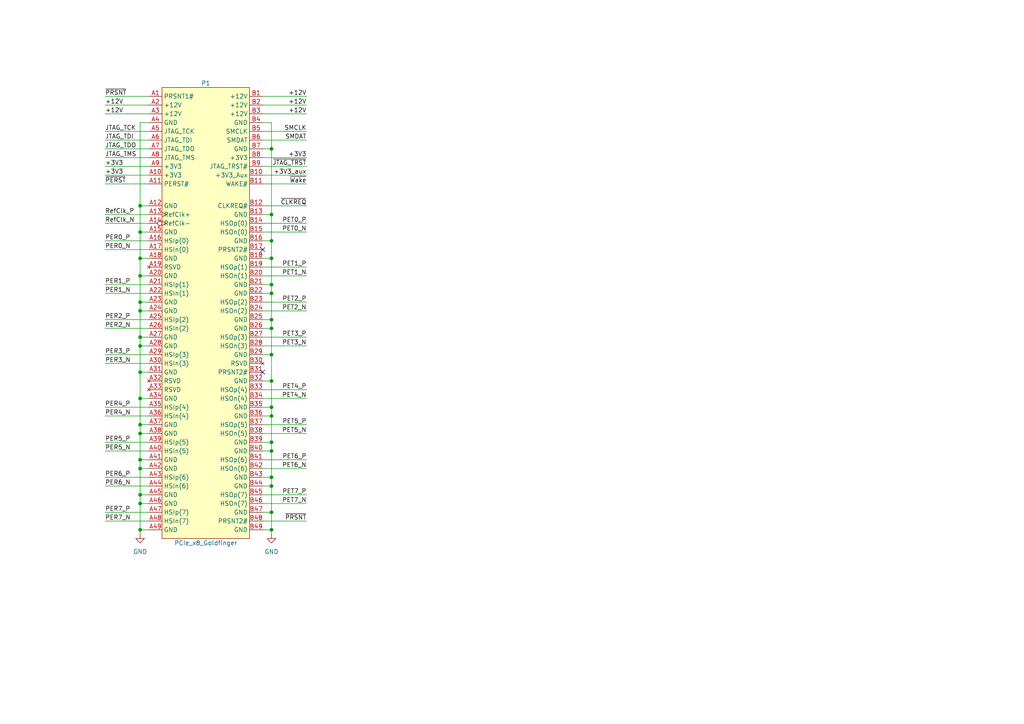
<source format=kicad_sch>
(kicad_sch (version 20211123) (generator eeschema)
  (paper "A4")
  (lib_symbols
    (symbol "Connector_PCIe:PCIe_x8_Goldfinger" (in_bom no)
      (property "Reference" "P" (at 6.35 31.75 0))
      (property "Value" "PCIe_x8_Goldfinger" (at -7.62 31.75 0))
      (symbol "PCIe_x8_Goldfinger_0_1"
        (rectangle (start -12.7 30.48) (end 12.7 -100.33) (fill (type background)))
      )
      (symbol "PCIe_x8_Goldfinger_1_1"
        (pin passive line (at -16.51 27.94 0) (length 3.81) (name "PRSNT1#") (number "A1"))
        (pin passive line (at -16.51 5.08 0) (length 3.81) (name "+3V3") (number "A10"))
        (pin passive line (at -16.51 2.54 0) (length 3.81) (name "PERST#") (number "A11"))
        (pin passive line (at -16.51 -3.81 0) (length 3.81) (name "GND") (number "A12"))
        (pin passive clock (at -16.51 -6.35 0) (length 3.81) (name "RefClk+") (number "A13"))
        (pin passive inverted_clock (at -16.51 -8.89 0) (length 3.81) (name "RefClk-") (number "A14"))
        (pin passive line (at -16.51 -11.43 0) (length 3.81) (name "GND") (number "A15"))
        (pin passive line (at -16.51 -13.97 0) (length 3.81) (name "HSIp(0)") (number "A16"))
        (pin passive line (at -16.51 -16.51 0) (length 3.81) (name "HSIn(0)") (number "A17"))
        (pin passive line (at -16.51 -19.05 0) (length 3.81) (name "GND") (number "A18"))
        (pin no_connect line (at -16.51 -21.59 0) (length 3.81) (name "RSVD") (number "A19"))
        (pin passive line (at -16.51 25.4 0) (length 3.81) (name "+12V") (number "A2"))
        (pin passive line (at -16.51 -24.13 0) (length 3.81) (name "GND") (number "A20"))
        (pin passive line (at -16.51 -26.67 0) (length 3.81) (name "HSIp(1)") (number "A21"))
        (pin passive line (at -16.51 -29.21 0) (length 3.81) (name "HSIn(1)") (number "A22"))
        (pin passive line (at -16.51 -31.75 0) (length 3.81) (name "GND") (number "A23"))
        (pin passive line (at -16.51 -34.29 0) (length 3.81) (name "GND") (number "A24"))
        (pin passive line (at -16.51 -36.83 0) (length 3.81) (name "HSIp(2)") (number "A25"))
        (pin passive line (at -16.51 -39.37 0) (length 3.81) (name "HSIn(2)") (number "A26"))
        (pin passive line (at -16.51 -41.91 0) (length 3.81) (name "GND") (number "A27"))
        (pin passive line (at -16.51 -44.45 0) (length 3.81) (name "GND") (number "A28"))
        (pin passive line (at -16.51 -46.99 0) (length 3.81) (name "HSIp(3)") (number "A29"))
        (pin passive line (at -16.51 22.86 0) (length 3.81) (name "+12V") (number "A3"))
        (pin passive line (at -16.51 -49.53 0) (length 3.81) (name "HSIn(3)") (number "A30"))
        (pin passive line (at -16.51 -52.07 0) (length 3.81) (name "GND") (number "A31"))
        (pin no_connect line (at -16.51 -54.61 0) (length 3.81) (name "RSVD") (number "A32"))
        (pin no_connect line (at -16.51 -57.15 0) (length 3.81) (name "RSVD") (number "A33"))
        (pin passive line (at -16.51 -59.69 0) (length 3.81) (name "GND") (number "A34"))
        (pin passive line (at -16.51 -62.23 0) (length 3.81) (name "HSIp(4)") (number "A35"))
        (pin passive line (at -16.51 -64.77 0) (length 3.81) (name "HSIn(4)") (number "A36"))
        (pin passive line (at -16.51 -67.31 0) (length 3.81) (name "GND") (number "A37"))
        (pin passive line (at -16.51 -69.85 0) (length 3.81) (name "GND") (number "A38"))
        (pin passive line (at -16.51 -72.39 0) (length 3.81) (name "HSIp(5)") (number "A39"))
        (pin passive line (at -16.51 20.32 0) (length 3.81) (name "GND") (number "A4"))
        (pin passive line (at -16.51 -74.93 0) (length 3.81) (name "HSIn(5)") (number "A40"))
        (pin passive line (at -16.51 -77.47 0) (length 3.81) (name "GND") (number "A41"))
        (pin passive line (at -16.51 -80.01 0) (length 3.81) (name "GND") (number "A42"))
        (pin passive line (at -16.51 -82.55 0) (length 3.81) (name "HSIp(6)") (number "A43"))
        (pin passive line (at -16.51 -85.09 0) (length 3.81) (name "HSIn(6)") (number "A44"))
        (pin passive line (at -16.51 -87.63 0) (length 3.81) (name "GND") (number "A45"))
        (pin passive line (at -16.51 -90.17 0) (length 3.81) (name "GND") (number "A46"))
        (pin passive line (at -16.51 -92.71 0) (length 3.81) (name "HSIp(7)") (number "A47"))
        (pin passive line (at -16.51 -95.25 0) (length 3.81) (name "HSIn(7)") (number "A48"))
        (pin passive line (at -16.51 -97.79 0) (length 3.81) (name "GND") (number "A49"))
        (pin passive line (at -16.51 17.78 0) (length 3.81) (name "JTAG_TCK") (number "A5"))
        (pin passive line (at -16.51 15.24 0) (length 3.81) (name "JTAG_TDI") (number "A6"))
        (pin passive line (at -16.51 12.7 0) (length 3.81) (name "JTAG_TDO") (number "A7"))
        (pin passive line (at -16.51 10.16 0) (length 3.81) (name "JTAG_TMS") (number "A8"))
        (pin passive line (at -16.51 7.62 0) (length 3.81) (name "+3V3") (number "A9"))
        (pin passive line (at 16.51 27.94 180) (length 3.81) (name "+12V") (number "B1"))
        (pin passive line (at 16.51 5.08 180) (length 3.81) (name "+3V3_Aux") (number "B10"))
        (pin passive line (at 16.51 2.54 180) (length 3.81) (name "WAKE#") (number "B11"))
        (pin passive line (at 16.51 -3.81 180) (length 3.81) (name "CLKREQ#") (number "B12"))
        (pin passive line (at 16.51 -6.35 180) (length 3.81) (name "GND") (number "B13"))
        (pin passive line (at 16.51 -8.89 180) (length 3.81) (name "HSOp(0)") (number "B14"))
        (pin passive line (at 16.51 -11.43 180) (length 3.81) (name "HSOn(0)") (number "B15"))
        (pin passive line (at 16.51 -13.97 180) (length 3.81) (name "GND") (number "B16"))
        (pin passive line (at 16.51 -16.51 180) (length 3.81) (name "PRSNT2#") (number "B17"))
        (pin passive line (at 16.51 -19.05 180) (length 3.81) (name "GND") (number "B18"))
        (pin passive line (at 16.51 -21.59 180) (length 3.81) (name "HSOp(1)") (number "B19"))
        (pin passive line (at 16.51 25.4 180) (length 3.81) (name "+12V") (number "B2"))
        (pin passive line (at 16.51 -24.13 180) (length 3.81) (name "HSOn(1)") (number "B20"))
        (pin passive line (at 16.51 -26.67 180) (length 3.81) (name "GND") (number "B21"))
        (pin passive line (at 16.51 -29.21 180) (length 3.81) (name "GND") (number "B22"))
        (pin passive line (at 16.51 -31.75 180) (length 3.81) (name "HSOp(2)") (number "B23"))
        (pin passive line (at 16.51 -34.29 180) (length 3.81) (name "HSOn(2)") (number "B24"))
        (pin passive line (at 16.51 -36.83 180) (length 3.81) (name "GND") (number "B25"))
        (pin passive line (at 16.51 -39.37 180) (length 3.81) (name "GND") (number "B26"))
        (pin passive line (at 16.51 -41.91 180) (length 3.81) (name "HSOp(3)") (number "B27"))
        (pin passive line (at 16.51 -44.45 180) (length 3.81) (name "HSOn(3)") (number "B28"))
        (pin passive line (at 16.51 -46.99 180) (length 3.81) (name "GND") (number "B29"))
        (pin passive line (at 16.51 22.86 180) (length 3.81) (name "+12V") (number "B3"))
        (pin no_connect line (at 16.51 -49.53 180) (length 3.81) (name "RSVD") (number "B30"))
        (pin passive line (at 16.51 -52.07 180) (length 3.81) (name "PRSNT2#") (number "B31"))
        (pin passive line (at 16.51 -54.61 180) (length 3.81) (name "GND") (number "B32"))
        (pin passive line (at 16.51 -57.15 180) (length 3.81) (name "HSOp(4)") (number "B33"))
        (pin passive line (at 16.51 -59.69 180) (length 3.81) (name "HSOn(4)") (number "B34"))
        (pin passive line (at 16.51 -62.23 180) (length 3.81) (name "GND") (number "B35"))
        (pin passive line (at 16.51 -64.77 180) (length 3.81) (name "GND") (number "B36"))
        (pin passive line (at 16.51 -67.31 180) (length 3.81) (name "HSOp(5)") (number "B37"))
        (pin passive line (at 16.51 -69.85 180) (length 3.81) (name "HSOn(5)") (number "B38"))
        (pin passive line (at 16.51 -72.39 180) (length 3.81) (name "GND") (number "B39"))
        (pin passive line (at 16.51 20.32 180) (length 3.81) (name "GND") (number "B4"))
        (pin passive line (at 16.51 -74.93 180) (length 3.81) (name "GND") (number "B40"))
        (pin passive line (at 16.51 -77.47 180) (length 3.81) (name "HSOp(6)") (number "B41"))
        (pin passive line (at 16.51 -80.01 180) (length 3.81) (name "HSOn(6)") (number "B42"))
        (pin passive line (at 16.51 -82.55 180) (length 3.81) (name "GND") (number "B43"))
        (pin passive line (at 16.51 -85.09 180) (length 3.81) (name "GND") (number "B44"))
        (pin passive line (at 16.51 -87.63 180) (length 3.81) (name "HSOp(7)") (number "B45"))
        (pin passive line (at 16.51 -90.17 180) (length 3.81) (name "HSOn(7)") (number "B46"))
        (pin passive line (at 16.51 -92.71 180) (length 3.81) (name "GND") (number "B47"))
        (pin passive line (at 16.51 -95.25 180) (length 3.81) (name "PRSNT2#") (number "B48"))
        (pin passive line (at 16.51 -97.79 180) (length 3.81) (name "GND") (number "B49"))
        (pin passive line (at 16.51 17.78 180) (length 3.81) (name "SMCLK") (number "B5"))
        (pin passive line (at 16.51 15.24 180) (length 3.81) (name "SMDAT") (number "B6"))
        (pin passive line (at 16.51 12.7 180) (length 3.81) (name "GND") (number "B7"))
        (pin passive line (at 16.51 10.16 180) (length 3.81) (name "+3V3") (number "B8"))
        (pin passive line (at 16.51 7.62 180) (length 3.81) (name "JTAG_TRST#") (number "B9"))
      )
    )
    (symbol "power:GND" (power) (pin_names (offset 0))
      (property "Value" "GND" (at 0 -3.81 0))
      (symbol "GND_0_1"
        (polyline (pts (xy 0 0) (xy 0 -1.27) (xy 1.27 -1.27) (xy 0 -2.54) (xy -1.27 -1.27) (xy 0 -1.27)))
      )
      (symbol "GND_1_1"
        (pin power_in line (at 0 0 270) (length 0) hide (name "GND") (number "1"))
      )
    )
  )
  (junction (at 40.64 100.33))
  (junction (at 40.64 80.01))
  (junction (at 40.64 67.31))
  (junction (at 78.74 102.87))
  (junction (at 40.64 146.05))
  (junction (at 40.64 115.57))
  (junction (at 78.74 120.65))
  (junction (at 78.74 62.23))
  (junction (at 78.74 95.25))
  (junction (at 40.64 59.69))
  (junction (at 40.64 123.19))
  (junction (at 78.74 110.49))
  (junction (at 40.64 133.35))
  (junction (at 78.74 85.09))
  (junction (at 40.64 107.95))
  (junction (at 78.74 153.67))
  (junction (at 40.64 125.73))
  (junction (at 78.74 92.71))
  (junction (at 78.74 118.11))
  (junction (at 78.74 82.55))
  (junction (at 78.74 74.93))
  (junction (at 40.64 135.89))
  (junction (at 78.74 69.85))
  (junction (at 40.64 90.17))
  (junction (at 40.64 97.79))
  (junction (at 78.74 148.59))
  (junction (at 40.64 143.51))
  (junction (at 78.74 130.81))
  (junction (at 40.64 87.63))
  (junction (at 40.64 74.93))
  (junction (at 40.64 153.67))
  (junction (at 78.74 43.18))
  (junction (at 78.74 140.97))
  (junction (at 78.74 128.27))
  (junction (at 78.74 138.43))
  (no_connect (at 76.2 107.95))
  (no_connect (at 76.2 72.39))
  (wire (pts (xy 76.2 74.93) (xy 78.74 74.93)))
  (wire (pts (xy 78.74 69.85) (xy 78.74 74.93)))
  (wire (pts (xy 30.48 118.11) (xy 43.18 118.11)))
  (wire (pts (xy 30.48 30.48) (xy 43.18 30.48)))
  (wire (pts (xy 76.2 128.27) (xy 78.74 128.27)))
  (wire (pts (xy 76.2 133.35) (xy 88.9 133.35)))
  (wire (pts (xy 30.48 105.41) (xy 43.18 105.41)))
  (wire (pts (xy 40.64 90.17) (xy 43.18 90.17)))
  (wire (pts (xy 76.2 38.1) (xy 88.9 38.1)))
  (wire (pts (xy 40.64 97.79) (xy 43.18 97.79)))
  (wire (pts (xy 30.48 27.94) (xy 43.18 27.94)))
  (wire (pts (xy 30.48 95.25) (xy 43.18 95.25)))
  (wire (pts (xy 30.48 138.43) (xy 43.18 138.43)))
  (wire (pts (xy 78.74 120.65) (xy 78.74 128.27)))
  (wire (pts (xy 76.2 90.17) (xy 88.9 90.17)))
  (wire (pts (xy 78.74 148.59) (xy 78.74 153.67)))
  (wire (pts (xy 40.64 80.01) (xy 40.64 87.63)))
  (wire (pts (xy 40.64 59.69) (xy 43.18 59.69)))
  (wire (pts (xy 78.74 110.49) (xy 78.74 118.11)))
  (wire (pts (xy 30.48 38.1) (xy 43.18 38.1)))
  (wire (pts (xy 40.64 100.33) (xy 40.64 107.95)))
  (wire (pts (xy 78.74 95.25) (xy 78.74 102.87)))
  (wire (pts (xy 30.48 151.13) (xy 43.18 151.13)))
  (wire (pts (xy 76.2 67.31) (xy 88.9 67.31)))
  (wire (pts (xy 30.48 128.27) (xy 43.18 128.27)))
  (wire (pts (xy 76.2 45.72) (xy 88.9 45.72)))
  (wire (pts (xy 40.64 67.31) (xy 40.64 74.93)))
  (wire (pts (xy 30.48 62.23) (xy 43.18 62.23)))
  (wire (pts (xy 40.64 123.19) (xy 40.64 125.73)))
  (wire (pts (xy 76.2 125.73) (xy 88.9 125.73)))
  (wire (pts (xy 76.2 30.48) (xy 88.9 30.48)))
  (wire (pts (xy 78.74 92.71) (xy 78.74 95.25)))
  (wire (pts (xy 76.2 85.09) (xy 78.74 85.09)))
  (wire (pts (xy 30.48 82.55) (xy 43.18 82.55)))
  (wire (pts (xy 76.2 77.47) (xy 88.9 77.47)))
  (wire (pts (xy 40.64 135.89) (xy 43.18 135.89)))
  (wire (pts (xy 76.2 53.34) (xy 88.9 53.34)))
  (wire (pts (xy 76.2 115.57) (xy 88.9 115.57)))
  (wire (pts (xy 40.64 74.93) (xy 43.18 74.93)))
  (wire (pts (xy 30.48 69.85) (xy 43.18 69.85)))
  (wire (pts (xy 40.64 153.67) (xy 43.18 153.67)))
  (wire (pts (xy 40.64 74.93) (xy 40.64 80.01)))
  (wire (pts (xy 30.48 120.65) (xy 43.18 120.65)))
  (wire (pts (xy 30.48 130.81) (xy 43.18 130.81)))
  (wire (pts (xy 30.48 64.77) (xy 43.18 64.77)))
  (wire (pts (xy 76.2 50.8) (xy 88.9 50.8)))
  (wire (pts (xy 76.2 97.79) (xy 88.9 97.79)))
  (wire (pts (xy 76.2 146.05) (xy 88.9 146.05)))
  (wire (pts (xy 40.64 143.51) (xy 43.18 143.51)))
  (wire (pts (xy 76.2 92.71) (xy 78.74 92.71)))
  (wire (pts (xy 40.64 146.05) (xy 43.18 146.05)))
  (wire (pts (xy 76.2 59.69) (xy 88.9 59.69)))
  (wire (pts (xy 40.64 100.33) (xy 43.18 100.33)))
  (wire (pts (xy 76.2 35.56) (xy 78.74 35.56)))
  (wire (pts (xy 78.74 128.27) (xy 78.74 130.81)))
  (wire (pts (xy 76.2 120.65) (xy 78.74 120.65)))
  (wire (pts (xy 30.48 33.02) (xy 43.18 33.02)))
  (wire (pts (xy 76.2 62.23) (xy 78.74 62.23)))
  (wire (pts (xy 76.2 64.77) (xy 88.9 64.77)))
  (wire (pts (xy 76.2 82.55) (xy 78.74 82.55)))
  (wire (pts (xy 76.2 69.85) (xy 78.74 69.85)))
  (wire (pts (xy 78.74 85.09) (xy 78.74 92.71)))
  (wire (pts (xy 30.48 140.97) (xy 43.18 140.97)))
  (wire (pts (xy 40.64 146.05) (xy 40.64 153.67)))
  (wire (pts (xy 40.64 80.01) (xy 43.18 80.01)))
  (wire (pts (xy 40.64 97.79) (xy 40.64 100.33)))
  (wire (pts (xy 40.64 125.73) (xy 43.18 125.73)))
  (wire (pts (xy 40.64 87.63) (xy 43.18 87.63)))
  (wire (pts (xy 76.2 113.03) (xy 88.9 113.03)))
  (wire (pts (xy 76.2 33.02) (xy 88.9 33.02)))
  (wire (pts (xy 40.64 133.35) (xy 40.64 135.89)))
  (wire (pts (xy 40.64 87.63) (xy 40.64 90.17)))
  (wire (pts (xy 40.64 133.35) (xy 43.18 133.35)))
  (wire (pts (xy 78.74 74.93) (xy 78.74 82.55)))
  (wire (pts (xy 76.2 130.81) (xy 78.74 130.81)))
  (wire (pts (xy 78.74 35.56) (xy 78.74 43.18)))
  (wire (pts (xy 30.48 43.18) (xy 43.18 43.18)))
  (wire (pts (xy 76.2 148.59) (xy 78.74 148.59)))
  (wire (pts (xy 76.2 87.63) (xy 88.9 87.63)))
  (wire (pts (xy 30.48 50.8) (xy 43.18 50.8)))
  (wire (pts (xy 76.2 48.26) (xy 88.9 48.26)))
  (wire (pts (xy 40.64 90.17) (xy 40.64 97.79)))
  (wire (pts (xy 40.64 143.51) (xy 40.64 146.05)))
  (wire (pts (xy 76.2 95.25) (xy 78.74 95.25)))
  (wire (pts (xy 30.48 45.72) (xy 43.18 45.72)))
  (wire (pts (xy 78.74 62.23) (xy 78.74 69.85)))
  (wire (pts (xy 76.2 118.11) (xy 78.74 118.11)))
  (wire (pts (xy 40.64 107.95) (xy 43.18 107.95)))
  (wire (pts (xy 78.74 138.43) (xy 78.74 140.97)))
  (wire (pts (xy 76.2 102.87) (xy 78.74 102.87)))
  (wire (pts (xy 30.48 48.26) (xy 43.18 48.26)))
  (wire (pts (xy 40.64 125.73) (xy 40.64 133.35)))
  (wire (pts (xy 76.2 140.97) (xy 78.74 140.97)))
  (wire (pts (xy 76.2 27.94) (xy 88.9 27.94)))
  (wire (pts (xy 30.48 85.09) (xy 43.18 85.09)))
  (wire (pts (xy 76.2 110.49) (xy 78.74 110.49)))
  (wire (pts (xy 40.64 135.89) (xy 40.64 143.51)))
  (wire (pts (xy 30.48 148.59) (xy 43.18 148.59)))
  (wire (pts (xy 40.64 115.57) (xy 40.64 123.19)))
  (wire (pts (xy 76.2 153.67) (xy 78.74 153.67)))
  (wire (pts (xy 78.74 118.11) (xy 78.74 120.65)))
  (wire (pts (xy 40.64 107.95) (xy 40.64 115.57)))
  (wire (pts (xy 76.2 80.01) (xy 88.9 80.01)))
  (wire (pts (xy 40.64 67.31) (xy 43.18 67.31)))
  (wire (pts (xy 78.74 102.87) (xy 78.74 110.49)))
  (wire (pts (xy 76.2 100.33) (xy 88.9 100.33)))
  (wire (pts (xy 78.74 43.18) (xy 78.74 62.23)))
  (wire (pts (xy 78.74 153.67) (xy 78.74 154.94)))
  (wire (pts (xy 76.2 123.19) (xy 88.9 123.19)))
  (wire (pts (xy 76.2 40.64) (xy 88.9 40.64)))
  (wire (pts (xy 40.64 115.57) (xy 43.18 115.57)))
  (wire (pts (xy 76.2 135.89) (xy 88.9 135.89)))
  (wire (pts (xy 30.48 53.34) (xy 43.18 53.34)))
  (wire (pts (xy 30.48 40.64) (xy 43.18 40.64)))
  (wire (pts (xy 78.74 82.55) (xy 78.74 85.09)))
  (wire (pts (xy 40.64 153.67) (xy 40.64 154.94)))
  (wire (pts (xy 76.2 143.51) (xy 88.9 143.51)))
  (wire (pts (xy 30.48 92.71) (xy 43.18 92.71)))
  (wire (pts (xy 76.2 151.13) (xy 88.9 151.13)))
  (wire (pts (xy 76.2 43.18) (xy 78.74 43.18)))
  (wire (pts (xy 40.64 35.56) (xy 40.64 59.69)))
  (wire (pts (xy 30.48 72.39) (xy 43.18 72.39)))
  (wire (pts (xy 76.2 138.43) (xy 78.74 138.43)))
  (wire (pts (xy 78.74 130.81) (xy 78.74 138.43)))
  (wire (pts (xy 40.64 59.69) (xy 40.64 67.31)))
  (wire (pts (xy 30.48 102.87) (xy 43.18 102.87)))
  (wire (pts (xy 40.64 123.19) (xy 43.18 123.19)))
  (wire (pts (xy 78.74 140.97) (xy 78.74 148.59)))
  (wire (pts (xy 43.18 35.56) (xy 40.64 35.56)))
  (label "PER4_P" (at 30.48 118.11 0))
  (label "+3V3" (at 88.9 45.72 180))
  (label "PER6_P" (at 30.48 138.43 0))
  (label "PET1_P" (at 88.9 77.47 180))
  (label "JTAG_TDO" (at 30.48 43.18 0))
  (label "~{JTAG_TRST}" (at 88.9 48.26 180))
  (label "PET5_P" (at 88.9 123.19 180))
  (label "PET7_N" (at 88.9 146.05 180))
  (label "JTAG_TMS" (at 30.48 45.72 0))
  (label "PER6_N" (at 30.48 140.97 0))
  (label "~{PRSNT}" (at 30.48 27.94 0))
  (label "+12V" (at 88.9 27.94 180))
  (label "+12V" (at 88.9 33.02 180))
  (label "+3V3_aux" (at 88.9 50.8 180))
  (label "+3V3" (at 30.48 50.8 0))
  (label "PER3_N" (at 30.48 105.41 0))
  (label "PET5_N" (at 88.9 125.73 180))
  (label "+12V" (at 88.9 30.48 180))
  (label "PET4_N" (at 88.9 115.57 180))
  (label "PER2_P" (at 30.48 92.71 0))
  (label "PER0_P" (at 30.48 69.85 0))
  (label "PET1_N" (at 88.9 80.01 180))
  (label "JTAG_TCK" (at 30.48 38.1 0))
  (label "RefClk_P" (at 30.48 62.23 0))
  (label "PER2_N" (at 30.48 95.25 0))
  (label "PET0_N" (at 88.9 67.31 180))
  (label "~{Wake}" (at 88.9 53.34 180))
  (label "JTAG_TDI" (at 30.48 40.64 0))
  (label "PET3_N" (at 88.9 100.33 180))
  (label "PER5_N" (at 30.48 130.81 0))
  (label "PER7_N" (at 30.48 151.13 0))
  (label "~{CLKREQ}" (at 88.9 59.69 180))
  (label "PET6_N" (at 88.9 135.89 180))
  (label "+3V3" (at 30.48 48.26 0))
  (label "+12V" (at 30.48 33.02 0))
  (label "PET6_P" (at 88.9 133.35 180))
  (label "SMCLK" (at 88.9 38.1 180))
  (label "PER0_N" (at 30.48 72.39 0))
  (label "PET2_N" (at 88.9 90.17 180))
  (label "+12V" (at 30.48 30.48 0))
  (label "PER3_P" (at 30.48 102.87 0))
  (label "SMDAT" (at 88.9 40.64 180))
  (label "~{PERST}" (at 30.48 53.34 0))
  (label "PET2_P" (at 88.9 87.63 180))
  (label "~{PRSNT}" (at 88.9 151.13 180))
  (label "PER7_P" (at 30.48 148.59 0))
  (label "PET0_P" (at 88.9 64.77 180))
  (label "PET7_P" (at 88.9 143.51 180))
  (label "PER5_P" (at 30.48 128.27 0))
  (label "PET4_P" (at 88.9 113.03 180))
  (label "RefClk_N" (at 30.48 64.77 0))
  (label "PET3_P" (at 88.9 97.79 180))
  (label "PER1_N" (at 30.48 85.09 0))
  (label "PER4_N" (at 30.48 120.65 0))
  (label "PER1_P" (at 30.48 82.55 0))
  (symbol (lib_id "Connector_PCIe:PCIe_x8_Goldfinger") (at 59.69 55.88 0) (unit 1) (in_bom no)
    (property "Reference" "P1" (at 59.69 24.13 0))
    (property "Value" "PCIe_x8_Goldfinger" (at 59.69 157.48 0))
    (property "Footprint" "Connector_PCIe:PCIe_x8_GoldFinger" (effects hide))
  )
  (symbol (lib_id "power:GND") (at 78.74 154.94 0) (unit 1)
    (property "Reference" "#PWR?" (effects hide))
    (property "Value" "GND" (at 78.74 160.02 0))
  )
  (symbol (lib_id "power:GND") (at 40.64 154.94 0) (unit 1)
    (property "Reference" "#PWR?" (effects hide))
    (property "Value" "GND" (at 40.64 160.02 0))
  )
)
</source>
